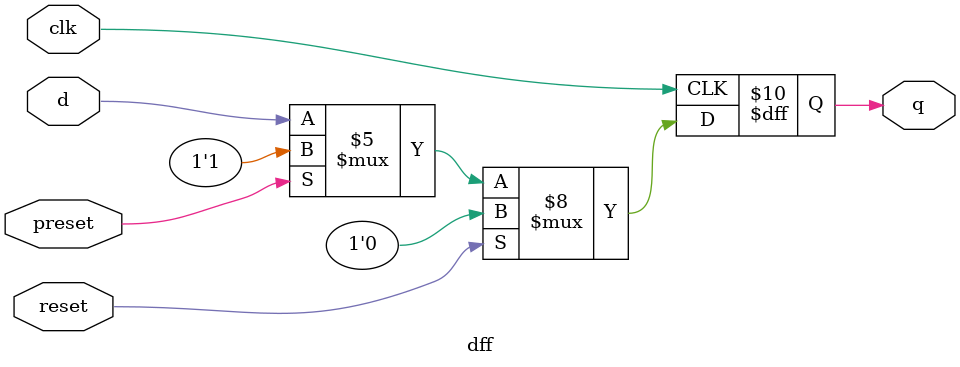
<source format=v>

module dff(
	//by default all inputs and outputs are WIREs
	input d, //may write input wire d;
	input clk, 
	input reset, 
	input preset,
	output reg q
);

//posedge = RE: clock goes from 0 to 1
//negedge = FE
always @(posedge clk) // sensitivity list (posedge clk), which means the circuit is sensitive only for clock 
	if(reset == 1)
		q <= 0;
	else if(preset == 1)
		q <= 1;
	else
		q <= d; //<= non-blocking assignment 
	// =  is blocking assignment 
	//all the left hand signals inside an always block should be reg type (see line 8)
	//all the right signals can be any type

endmodule 
</source>
